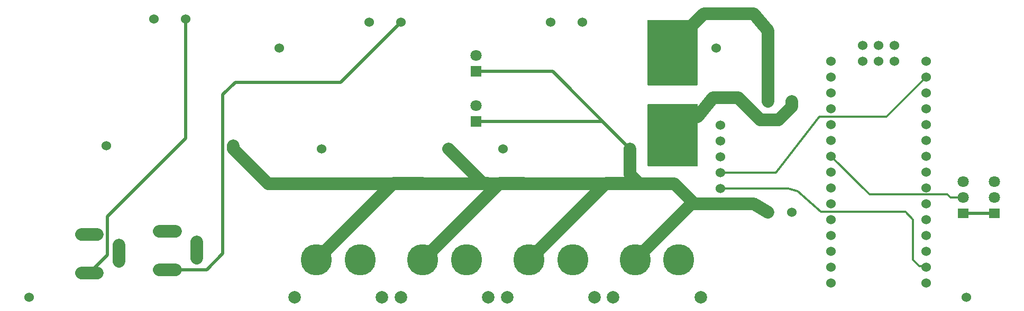
<source format=gbl>
G04 Layer: BottomLayer*
G04 EasyEDA v6.4.7, 2021-03-07T11:36:16+08:00*
G04 29a609c2d2ff474892d28cb6706061f2,5c8f5cfc3ab7496db0bfa80374e2e714,10*
G04 Gerber Generator version 0.2*
G04 Scale: 100 percent, Rotated: No, Reflected: No *
G04 Dimensions in millimeters *
G04 leading zeros omitted , absolute positions ,3 integer and 3 decimal *
%FSLAX33Y33*%
%MOMM*%
G90*
D02*

%ADD10C,1.999996*%
%ADD11C,0.299999*%
%ADD12C,0.499999*%
%ADD13C,1.524000*%
%ADD14C,1.799996*%
%ADD15R,1.799996X1.574800*%
%ADD16R,1.799996X1.799996*%
%ADD17C,4.999990*%

%LPD*%
G36*
G01X113898Y48499D02*
G01X106101Y48499D01*
G01X106087Y48498D01*
G01X106073Y48495D01*
G01X106059Y48490D01*
G01X106046Y48484D01*
G01X106035Y48475D01*
G01X106024Y48464D01*
G01X106016Y48453D01*
G01X106009Y48440D01*
G01X106004Y48427D01*
G01X106000Y48412D01*
G01X105999Y48398D01*
G01X105999Y38101D01*
G01X106000Y38087D01*
G01X106004Y38073D01*
G01X106009Y38059D01*
G01X106016Y38046D01*
G01X106024Y38034D01*
G01X106035Y38024D01*
G01X106046Y38016D01*
G01X106059Y38009D01*
G01X106073Y38003D01*
G01X106087Y38000D01*
G01X106101Y37999D01*
G01X113898Y37999D01*
G01X113913Y38000D01*
G01X113926Y38003D01*
G01X113940Y38009D01*
G01X113953Y38016D01*
G01X113964Y38024D01*
G01X113975Y38034D01*
G01X113983Y38046D01*
G01X113990Y38059D01*
G01X113995Y38073D01*
G01X113998Y38087D01*
G01X113999Y38101D01*
G01X113999Y48398D01*
G01X113998Y48412D01*
G01X113995Y48427D01*
G01X113990Y48440D01*
G01X113983Y48453D01*
G01X113975Y48464D01*
G01X113964Y48475D01*
G01X113953Y48484D01*
G01X113940Y48490D01*
G01X113926Y48495D01*
G01X113913Y48498D01*
G01X113898Y48499D01*
G37*

%LPD*%
G36*
G01X113898Y34999D02*
G01X106101Y35000D01*
G01X106087Y34999D01*
G01X106073Y34996D01*
G01X106059Y34991D01*
G01X106046Y34983D01*
G01X106035Y34975D01*
G01X106024Y34965D01*
G01X106016Y34953D01*
G01X106009Y34940D01*
G01X106004Y34927D01*
G01X106000Y34912D01*
G01X105999Y34898D01*
G01X105999Y25101D01*
G01X106000Y25087D01*
G01X106004Y25072D01*
G01X106009Y25059D01*
G01X106016Y25046D01*
G01X106024Y25035D01*
G01X106035Y25024D01*
G01X106046Y25015D01*
G01X106059Y25009D01*
G01X106073Y25004D01*
G01X106087Y25001D01*
G01X106101Y24999D01*
G01X113898Y24999D01*
G01X113912Y25001D01*
G01X113926Y25004D01*
G01X113940Y25009D01*
G01X113953Y25015D01*
G01X113964Y25024D01*
G01X113975Y25035D01*
G01X113983Y25046D01*
G01X113990Y25059D01*
G01X113995Y25072D01*
G01X113998Y25087D01*
G01X113999Y25101D01*
G01X113999Y34898D01*
G01X113998Y34912D01*
G01X113995Y34927D01*
G01X113990Y34940D01*
G01X113983Y34953D01*
G01X113975Y34964D01*
G01X113964Y34975D01*
G01X113953Y34983D01*
G01X113940Y34990D01*
G01X113926Y34995D01*
G01X113912Y34998D01*
G01X113898Y34999D01*
G37*

%LPD*%
G54D11*
G01X117649Y23960D02*
G01X117689Y24000D01*
G01X126500Y24000D01*
G01X133500Y33000D01*
G01X144260Y33000D01*
G01X150620Y39360D01*
G01X135380Y26660D02*
G01X141540Y20500D01*
G01X154000Y20500D01*
G01X154500Y19999D01*
G01X156500Y19999D01*
G01X128499Y21419D02*
G01X130000Y21000D01*
G01X133749Y17749D01*
G01X147250Y17750D01*
G01X148499Y16499D01*
G01X148499Y9999D01*
G01X149500Y8999D01*
G01X150740Y8999D01*
G01X150620Y8879D01*
G54D12*
G01X156500Y17459D02*
G01X156500Y17459D01*
G01X161499Y17459D01*
G01X32039Y32000D02*
G01X32039Y29539D01*
G01X19500Y16999D01*
G01X19500Y10750D01*
G01X16649Y7900D01*
G01X32039Y48659D02*
G01X32039Y32000D01*
G01X78500Y32230D02*
G01X98769Y32230D01*
G01X103159Y27839D01*
G01X78500Y40229D02*
G01X90769Y40229D01*
G01X103159Y27839D01*
G54D10*
G01X103159Y27839D02*
G01X103159Y23720D01*
G01X104540Y22339D01*
G54D12*
G01X66540Y48159D02*
G01X56880Y38499D01*
G01X40000Y38499D01*
G01X37999Y36499D01*
G01X37999Y11000D01*
G01X35400Y8400D01*
G01X29149Y8400D01*
G54D10*
G01X74160Y27839D02*
G01X79660Y22339D01*
G01X80425Y22339D01*
G01X53000Y9999D02*
G01X65340Y22339D01*
G01X70011Y22339D01*
G01X70000Y9999D02*
G01X82339Y22339D01*
G01X86140Y22339D01*
G01X87000Y9999D02*
G01X99340Y22339D01*
G01X102396Y22339D01*
G01X123000Y49500D02*
G01X115000Y49500D01*
G01X112500Y47000D01*
G01X125269Y35390D02*
G01X125250Y46749D01*
G01X123000Y49500D01*
G01X39660Y28338D02*
G01X39660Y27840D01*
G01X45248Y22250D01*
G01X110249Y22250D01*
G01X113501Y18999D01*
G01X123000Y19000D01*
G01X125269Y17610D01*
G01X113501Y18999D02*
G01X112999Y18999D01*
G01X104000Y9999D01*
G54D11*
G01X117649Y21420D02*
G01X128500Y21420D01*
G54D10*
G01X129079Y35390D02*
G01X129079Y34579D01*
G01X127000Y32500D01*
G01X124000Y32500D01*
G01X120500Y36000D01*
G01X116500Y36000D01*
G01X116500Y36000D01*
G01X114000Y33000D01*
G54D13*
G01X116999Y43999D03*
G01X157000Y3999D03*
G01X47000Y43999D03*
G01X6999Y3999D03*
G54D14*
G01X161499Y22539D03*
G01X161499Y19999D03*
G54D15*
G01X161499Y17459D03*
G54D14*
G01X156500Y22539D03*
G01X156500Y19999D03*
G54D15*
G01X156499Y17459D03*
G54D16*
G01X78500Y32230D03*
G54D14*
G01X78500Y34770D03*
G54D16*
G01X78500Y40230D03*
G54D14*
G01X78500Y42770D03*
G54D10*
G01X83500Y3999D03*
G01X97500Y3999D03*
G54D17*
G01X94000Y9999D03*
G01X87000Y9999D03*
G54D10*
G01X66499Y3999D03*
G01X80499Y3999D03*
G54D17*
G01X77000Y9999D03*
G01X70000Y9999D03*
G54D10*
G01X49499Y3999D03*
G01X63499Y3999D03*
G54D17*
G01X60000Y9999D03*
G01X53000Y9999D03*
G54D10*
G01X100500Y3999D03*
G01X114500Y3999D03*
G54D17*
G01X111000Y9999D03*
G01X104000Y9999D03*
G54D13*
G01X19339Y28339D03*
G01X39659Y28339D03*
G01X26959Y48659D03*
G01X32039Y48659D03*
G01X82839Y27839D03*
G01X103159Y27839D03*
G01X90459Y48159D03*
G01X95539Y48159D03*
G01X53840Y27839D03*
G01X74160Y27839D03*
G01X61460Y48159D03*
G01X66540Y48159D03*
G01X150620Y6340D03*
G01X150620Y8880D03*
G01X150620Y11420D03*
G01X150620Y13960D03*
G01X150620Y16500D03*
G01X150620Y19040D03*
G01X150620Y21580D03*
G01X150620Y24120D03*
G01X150620Y26660D03*
G01X150620Y29200D03*
G01X150620Y31740D03*
G01X150620Y34280D03*
G01X150620Y36820D03*
G01X150620Y39360D03*
G01X150620Y41900D03*
G01X135380Y41900D03*
G01X135380Y39360D03*
G01X135380Y36820D03*
G01X135380Y34280D03*
G01X135380Y31740D03*
G01X135380Y29200D03*
G01X135380Y26660D03*
G01X135380Y24120D03*
G01X135380Y21580D03*
G01X135380Y19040D03*
G01X135380Y16500D03*
G01X135380Y13960D03*
G01X135380Y11420D03*
G01X135380Y8880D03*
G01X135380Y6340D03*
G01X145540Y41900D03*
G01X143000Y41900D03*
G01X140460Y41900D03*
G01X145540Y44440D03*
G01X143000Y44440D03*
G01X140460Y44440D03*
G01X117649Y31580D03*
G01X117649Y29040D03*
G01X117649Y26500D03*
G01X117649Y23960D03*
G01X117649Y21420D03*
G01X125269Y17610D03*
G01X129079Y17610D03*
G01X125269Y35390D03*
G01X129079Y35390D03*
G54D10*
G01X15349Y14099D02*
G01X17949Y14099D01*
G01X17949Y7900D02*
G01X15349Y7900D01*
G01X21350Y12400D02*
G01X21350Y9800D01*
G01X27849Y14599D02*
G01X30449Y14599D01*
G01X30449Y8400D02*
G01X27849Y8400D01*
G01X33849Y12899D02*
G01X33849Y10299D01*
M00*
M02*

</source>
